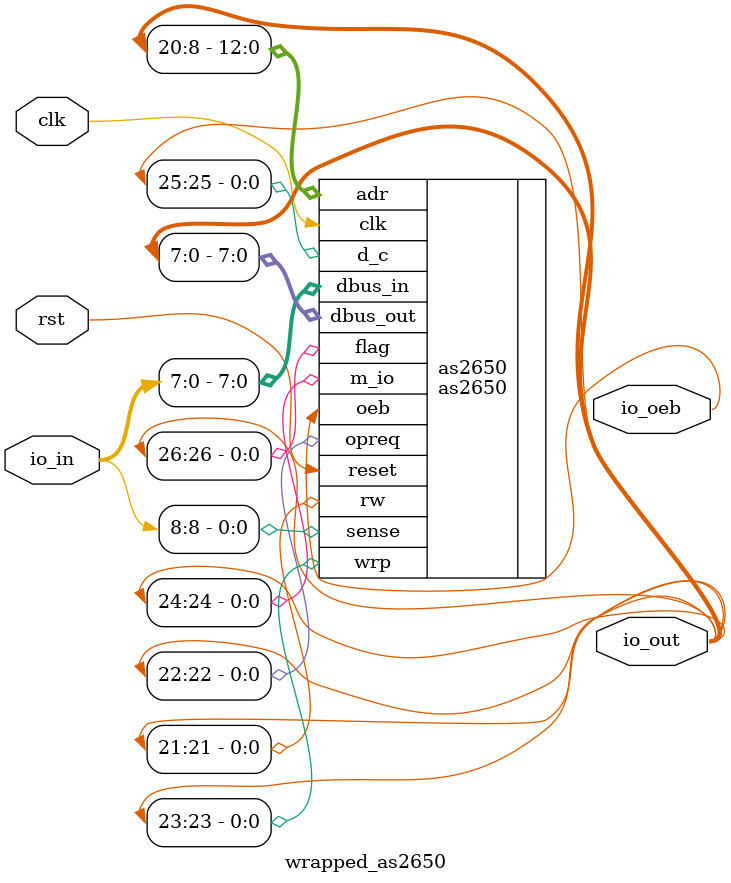
<source format=v>

`default_nettype none

module wrapped_as2650(
`ifdef USE_POWER_PINS
	inout vccd1,
	inout vssd1,
`endif
	input wire clk,
	input wire rst,

	input wire [8:0] io_in,
	output wire [26:0] io_out,
	output wire io_oeb
);
	as2650 as2650(
		.clk(clk),
		.reset(rst),
		.adr(io_out[20:8]),
		.dbus_in(io_in[7:0]),
		.dbus_out(io_out[7:0]),
		.oeb(io_oeb),
		.sense(io_in[8]),
		.d_c(io_out[25]),
		.m_io(io_out[24]),
		.wrp(io_out[23]),
		.opreq(io_out[22]),
		.rw(io_out[21]),
		.flag(io_out[26])
	);
endmodule
`default_nettype wire

</source>
